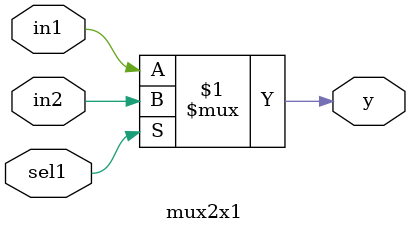
<source format=v>
module mux2x1(
  input in1,
  input in2,
  input sel1,
  output y
);
  assign y = sel1 ? in2 : in1;
endmodule

</source>
